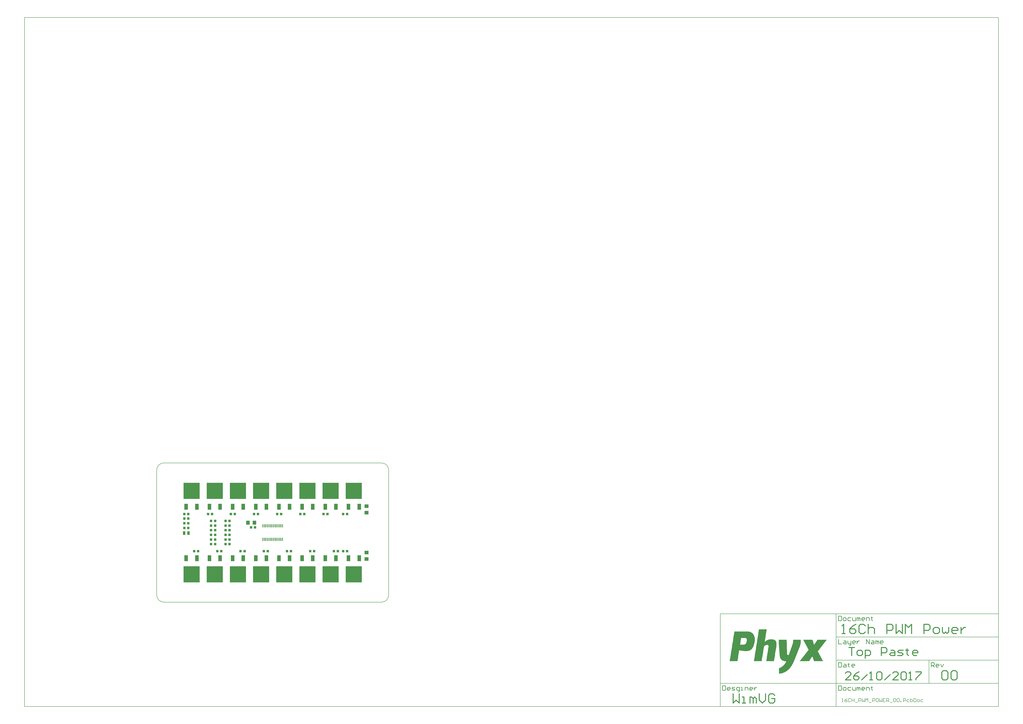
<source format=gtp>
G04 Layer_Color=8421504*
%FSLAX25Y25*%
%MOIN*%
G70*
G01*
G75*
%ADD11C,0.00787*%
%ADD13C,0.01575*%
%ADD15R,0.01575X0.05315*%
%ADD16R,0.04331X0.03937*%
%ADD17R,0.06299X0.07087*%
%ADD18R,0.07087X0.06299*%
%ADD19R,0.03937X0.05905*%
%ADD20R,0.27559X0.27559*%
%ADD21R,0.05905X0.09842*%
%ADD23C,0.00984*%
G36*
X1093521Y-64032D02*
Y-64318D01*
Y-64605D01*
Y-64891D01*
Y-65177D01*
Y-65464D01*
Y-65750D01*
Y-66036D01*
Y-66322D01*
Y-66609D01*
Y-66895D01*
Y-67181D01*
Y-67468D01*
Y-67754D01*
Y-68040D01*
Y-68327D01*
Y-68613D01*
Y-68899D01*
Y-69186D01*
Y-69472D01*
Y-69758D01*
X1093234D01*
Y-70044D01*
Y-70331D01*
Y-70617D01*
Y-70903D01*
Y-71190D01*
X1092948D01*
Y-71476D01*
Y-71762D01*
Y-72049D01*
Y-72335D01*
X1092662D01*
Y-72621D01*
Y-72908D01*
Y-73194D01*
Y-73480D01*
X1092375D01*
Y-73767D01*
Y-74053D01*
Y-74339D01*
X1092089D01*
Y-74625D01*
Y-74912D01*
Y-75198D01*
X1091803D01*
Y-75485D01*
Y-75771D01*
Y-76057D01*
X1091516D01*
Y-76343D01*
Y-76630D01*
Y-76916D01*
X1091230D01*
Y-77202D01*
Y-77489D01*
X1090944D01*
Y-77775D01*
Y-78061D01*
X1090657D01*
Y-78348D01*
Y-78634D01*
Y-78920D01*
X1090371D01*
Y-79207D01*
Y-79493D01*
X1090085D01*
Y-79779D01*
Y-80066D01*
Y-80352D01*
X1089799D01*
Y-80638D01*
Y-80924D01*
X1089512D01*
Y-81211D01*
Y-81497D01*
Y-81783D01*
X1089226D01*
Y-82070D01*
Y-82356D01*
X1088939D01*
Y-82642D01*
Y-82929D01*
Y-83215D01*
X1088653D01*
Y-83501D01*
Y-83788D01*
X1088367D01*
Y-84074D01*
Y-84360D01*
Y-84646D01*
X1088081D01*
Y-84933D01*
Y-85219D01*
X1087794D01*
Y-85505D01*
Y-85792D01*
Y-86078D01*
X1087508D01*
Y-86364D01*
Y-86651D01*
X1087222D01*
Y-86937D01*
Y-87223D01*
Y-87510D01*
X1086935D01*
Y-87796D01*
Y-88082D01*
X1086649D01*
Y-88369D01*
Y-88655D01*
Y-88941D01*
X1086363D01*
Y-89227D01*
Y-89514D01*
X1086076D01*
Y-89800D01*
Y-90086D01*
Y-90373D01*
X1085790D01*
Y-90659D01*
Y-90945D01*
X1085504D01*
Y-91232D01*
Y-91518D01*
Y-91804D01*
X1085217D01*
Y-92091D01*
Y-92377D01*
X1084931D01*
Y-92663D01*
Y-92950D01*
Y-93236D01*
X1084645D01*
Y-93522D01*
Y-93809D01*
X1084359D01*
Y-94095D01*
Y-94381D01*
Y-94667D01*
X1084072D01*
Y-94954D01*
Y-95240D01*
X1083786D01*
Y-95526D01*
Y-95813D01*
Y-96099D01*
X1083500D01*
Y-96385D01*
Y-96672D01*
X1083213D01*
Y-96958D01*
Y-97244D01*
Y-97531D01*
X1082927D01*
Y-97817D01*
Y-98103D01*
X1082641D01*
Y-98390D01*
Y-98676D01*
Y-98962D01*
X1082354D01*
Y-99248D01*
Y-99535D01*
X1082068D01*
Y-99821D01*
Y-100107D01*
Y-100394D01*
X1081782D01*
Y-100680D01*
Y-100966D01*
X1081495D01*
Y-101253D01*
Y-101539D01*
X1081209D01*
Y-101825D01*
Y-102112D01*
X1080923D01*
Y-102398D01*
Y-102684D01*
Y-102971D01*
X1080637D01*
Y-103257D01*
X1080350D01*
Y-103543D01*
Y-103829D01*
Y-104116D01*
X1080064D01*
Y-104402D01*
X1079778D01*
Y-104688D01*
Y-104975D01*
X1079491D01*
Y-105261D01*
Y-105547D01*
X1079205D01*
Y-105834D01*
Y-106120D01*
X1078919D01*
Y-106406D01*
Y-106693D01*
X1078632D01*
Y-106979D01*
X1078346D01*
Y-107265D01*
Y-107552D01*
X1078060D01*
Y-107838D01*
Y-108124D01*
X1077773D01*
Y-108410D01*
X1077487D01*
Y-108697D01*
X1077201D01*
Y-108983D01*
Y-109269D01*
X1076914D01*
Y-109556D01*
X1076628D01*
Y-109842D01*
Y-110128D01*
X1076342D01*
Y-110415D01*
X1076056D01*
Y-110701D01*
X1075769D01*
Y-110987D01*
Y-111274D01*
X1075483D01*
Y-111560D01*
X1075196D01*
Y-111846D01*
X1074910D01*
Y-112133D01*
X1074624D01*
Y-112419D01*
X1074338D01*
Y-112705D01*
Y-112991D01*
X1074051D01*
Y-113278D01*
X1073765D01*
Y-113564D01*
X1073479D01*
Y-113850D01*
X1073192D01*
Y-114137D01*
X1072906D01*
Y-114423D01*
X1072620D01*
Y-114709D01*
X1072333D01*
Y-114996D01*
X1071761D01*
Y-115282D01*
X1071474D01*
Y-115568D01*
X1071188D01*
Y-115855D01*
X1070902D01*
Y-116141D01*
X1070615D01*
Y-116427D01*
X1070043D01*
Y-116714D01*
X1069757D01*
Y-117000D01*
X1069184D01*
Y-117286D01*
X1068898D01*
Y-117572D01*
X1068325D01*
Y-117859D01*
X1068039D01*
Y-118145D01*
X1067466D01*
Y-118431D01*
X1066893D01*
Y-118718D01*
X1066321D01*
Y-119004D01*
X1065748D01*
Y-119290D01*
X1065176D01*
Y-119577D01*
X1064317D01*
Y-119863D01*
X1063744D01*
Y-120149D01*
X1062885D01*
Y-120436D01*
X1061740D01*
Y-120722D01*
X1060595D01*
Y-121008D01*
X1058877D01*
Y-121294D01*
X1056872D01*
Y-121581D01*
X1056586D01*
Y-121294D01*
Y-121008D01*
Y-120722D01*
Y-120436D01*
Y-120149D01*
Y-119863D01*
Y-119577D01*
Y-119290D01*
Y-119004D01*
Y-118718D01*
Y-118431D01*
Y-118145D01*
Y-117859D01*
Y-117572D01*
Y-117286D01*
Y-117000D01*
Y-116714D01*
Y-116427D01*
Y-116141D01*
Y-115855D01*
Y-115568D01*
Y-115282D01*
Y-114996D01*
Y-114709D01*
Y-114423D01*
Y-114137D01*
Y-113850D01*
Y-113564D01*
Y-113278D01*
Y-112991D01*
Y-112705D01*
Y-112419D01*
Y-112133D01*
X1057159D01*
Y-111846D01*
X1057731D01*
Y-111560D01*
X1058304D01*
Y-111274D01*
X1058877D01*
Y-110987D01*
X1059449D01*
Y-110701D01*
X1060022D01*
Y-110415D01*
X1060308D01*
Y-110128D01*
X1060881D01*
Y-109842D01*
X1061167D01*
Y-109556D01*
X1061740D01*
Y-109269D01*
X1062026D01*
Y-108983D01*
X1062312D01*
Y-108697D01*
X1062885D01*
Y-108410D01*
X1063171D01*
Y-108124D01*
X1063458D01*
Y-107838D01*
X1063744D01*
Y-107552D01*
X1064030D01*
Y-107265D01*
X1064317D01*
Y-106979D01*
X1064603D01*
Y-106693D01*
X1064889D01*
Y-106406D01*
X1065176D01*
Y-106120D01*
X1065462D01*
Y-105834D01*
X1065748D01*
Y-105547D01*
X1066035D01*
Y-105261D01*
Y-104975D01*
X1066321D01*
Y-104688D01*
X1066607D01*
Y-104402D01*
X1066893D01*
Y-104116D01*
Y-103829D01*
X1067180D01*
Y-103543D01*
X1067466D01*
Y-103257D01*
Y-102971D01*
X1067752D01*
Y-102684D01*
Y-102398D01*
X1068039D01*
Y-102112D01*
X1068325D01*
Y-101825D01*
Y-101539D01*
X1068611D01*
Y-101253D01*
Y-100966D01*
X1068898D01*
Y-100680D01*
Y-100394D01*
X1067180D01*
Y-100107D01*
X1065176D01*
Y-99821D01*
X1064030D01*
Y-99535D01*
X1063458D01*
Y-99248D01*
X1062599D01*
Y-98962D01*
X1062026D01*
Y-98676D01*
X1061740D01*
Y-98390D01*
X1061167D01*
Y-98103D01*
X1060881D01*
Y-97817D01*
X1060595D01*
Y-97531D01*
X1060308D01*
Y-97244D01*
X1060022D01*
Y-96958D01*
X1059736D01*
Y-96672D01*
Y-96385D01*
X1059449D01*
Y-96099D01*
X1059163D01*
Y-95813D01*
Y-95526D01*
X1058877D01*
Y-95240D01*
Y-94954D01*
X1058590D01*
Y-94667D01*
Y-94381D01*
X1058304D01*
Y-94095D01*
Y-93809D01*
Y-93522D01*
X1058018D01*
Y-93236D01*
Y-92950D01*
Y-92663D01*
Y-92377D01*
X1057731D01*
Y-92091D01*
Y-91804D01*
Y-91518D01*
Y-91232D01*
Y-90945D01*
Y-90659D01*
Y-90373D01*
X1057445D01*
Y-90086D01*
Y-89800D01*
Y-89514D01*
Y-89227D01*
Y-88941D01*
Y-88655D01*
Y-88369D01*
Y-88082D01*
Y-87796D01*
Y-87510D01*
Y-87223D01*
Y-86937D01*
Y-86651D01*
Y-86364D01*
Y-86078D01*
X1057159D01*
Y-85792D01*
Y-85505D01*
Y-85219D01*
Y-84933D01*
Y-84646D01*
Y-84360D01*
Y-84074D01*
Y-83788D01*
Y-83501D01*
Y-83215D01*
Y-82929D01*
Y-82642D01*
Y-82356D01*
Y-82070D01*
Y-81783D01*
X1056872D01*
Y-81497D01*
Y-81211D01*
Y-80924D01*
Y-80638D01*
Y-80352D01*
Y-80066D01*
Y-79779D01*
Y-79493D01*
Y-79207D01*
Y-78920D01*
Y-78634D01*
Y-78348D01*
Y-78061D01*
Y-77775D01*
Y-77489D01*
Y-77202D01*
X1056586D01*
Y-76916D01*
Y-76630D01*
Y-76343D01*
Y-76057D01*
Y-75771D01*
Y-75485D01*
Y-75198D01*
Y-74912D01*
Y-74625D01*
Y-74339D01*
Y-74053D01*
Y-73767D01*
Y-73480D01*
Y-73194D01*
Y-72908D01*
Y-72621D01*
X1056300D01*
Y-72335D01*
Y-72049D01*
Y-71762D01*
Y-71476D01*
Y-71190D01*
Y-70903D01*
Y-70617D01*
Y-70331D01*
Y-70044D01*
Y-69758D01*
Y-69472D01*
Y-69186D01*
Y-68899D01*
Y-68613D01*
X1056014D01*
Y-68327D01*
Y-68040D01*
Y-67754D01*
Y-67468D01*
Y-67181D01*
Y-66895D01*
Y-66609D01*
Y-66322D01*
Y-66036D01*
Y-65750D01*
Y-65464D01*
Y-65177D01*
Y-64891D01*
Y-64605D01*
Y-64318D01*
Y-64032D01*
X1055727D01*
Y-63746D01*
X1069470D01*
Y-64032D01*
Y-64318D01*
Y-64605D01*
Y-64891D01*
Y-65177D01*
Y-65464D01*
Y-65750D01*
Y-66036D01*
Y-66322D01*
Y-66609D01*
Y-66895D01*
Y-67181D01*
Y-67468D01*
Y-67754D01*
X1069757D01*
Y-68040D01*
Y-68327D01*
Y-68613D01*
Y-68899D01*
Y-69186D01*
Y-69472D01*
Y-69758D01*
Y-70044D01*
Y-70331D01*
Y-70617D01*
Y-70903D01*
Y-71190D01*
Y-71476D01*
Y-71762D01*
Y-72049D01*
Y-72335D01*
Y-72621D01*
Y-72908D01*
Y-73194D01*
Y-73480D01*
Y-73767D01*
Y-74053D01*
Y-74339D01*
Y-74625D01*
Y-74912D01*
Y-75198D01*
Y-75485D01*
Y-75771D01*
Y-76057D01*
Y-76343D01*
Y-76630D01*
Y-76916D01*
Y-77202D01*
Y-77489D01*
Y-77775D01*
Y-78061D01*
Y-78348D01*
Y-78634D01*
Y-78920D01*
Y-79207D01*
Y-79493D01*
X1070043D01*
Y-79779D01*
X1069757D01*
Y-80066D01*
Y-80352D01*
X1070043D01*
Y-80638D01*
Y-80924D01*
Y-81211D01*
Y-81497D01*
Y-81783D01*
Y-82070D01*
Y-82356D01*
Y-82642D01*
Y-82929D01*
Y-83215D01*
Y-83501D01*
Y-83788D01*
Y-84074D01*
Y-84360D01*
Y-84646D01*
Y-84933D01*
Y-85219D01*
Y-85505D01*
Y-85792D01*
Y-86078D01*
Y-86364D01*
Y-86651D01*
Y-86937D01*
Y-87223D01*
Y-87510D01*
Y-87796D01*
X1070329D01*
Y-88082D01*
Y-88369D01*
Y-88655D01*
X1070615D01*
Y-88941D01*
X1070902D01*
Y-89227D01*
X1071188D01*
Y-89514D01*
X1072047D01*
Y-89800D01*
X1072906D01*
Y-89514D01*
X1073192D01*
Y-89227D01*
Y-88941D01*
Y-88655D01*
X1073479D01*
Y-88369D01*
Y-88082D01*
X1073765D01*
Y-87796D01*
Y-87510D01*
Y-87223D01*
X1074051D01*
Y-86937D01*
Y-86651D01*
Y-86364D01*
X1074338D01*
Y-86078D01*
Y-85792D01*
Y-85505D01*
X1074624D01*
Y-85219D01*
Y-84933D01*
Y-84646D01*
X1074910D01*
Y-84360D01*
Y-84074D01*
X1075196D01*
Y-83788D01*
Y-83501D01*
Y-83215D01*
X1075483D01*
Y-82929D01*
Y-82642D01*
Y-82356D01*
X1075769D01*
Y-82070D01*
Y-81783D01*
Y-81497D01*
X1076056D01*
Y-81211D01*
Y-80924D01*
X1076342D01*
Y-80638D01*
Y-80352D01*
Y-80066D01*
X1076628D01*
Y-79779D01*
Y-79493D01*
Y-79207D01*
X1076914D01*
Y-78920D01*
Y-78634D01*
Y-78348D01*
X1077201D01*
Y-78061D01*
Y-77775D01*
X1077487D01*
Y-77489D01*
Y-77202D01*
Y-76916D01*
X1077773D01*
Y-76630D01*
Y-76343D01*
Y-76057D01*
X1078060D01*
Y-75771D01*
Y-75485D01*
Y-75198D01*
X1078346D01*
Y-74912D01*
Y-74625D01*
X1078632D01*
Y-74339D01*
Y-74053D01*
Y-73767D01*
X1078919D01*
Y-73480D01*
Y-73194D01*
Y-72908D01*
X1079205D01*
Y-72621D01*
Y-72335D01*
Y-72049D01*
X1079491D01*
Y-71762D01*
Y-71476D01*
Y-71190D01*
Y-70903D01*
X1079778D01*
Y-70617D01*
Y-70331D01*
Y-70044D01*
Y-69758D01*
X1080064D01*
Y-69472D01*
Y-69186D01*
Y-68899D01*
Y-68613D01*
Y-68327D01*
X1080350D01*
Y-68040D01*
Y-67754D01*
Y-67468D01*
Y-67181D01*
Y-66895D01*
Y-66609D01*
X1080637D01*
Y-66322D01*
Y-66036D01*
Y-65750D01*
Y-65464D01*
Y-65177D01*
Y-64891D01*
Y-64605D01*
Y-64318D01*
Y-64032D01*
Y-63746D01*
X1093521D01*
Y-64032D01*
D02*
G37*
G36*
X1035685Y-46567D02*
Y-46853D01*
X1035399D01*
Y-47139D01*
Y-47426D01*
Y-47712D01*
Y-47998D01*
Y-48285D01*
Y-48571D01*
X1035113D01*
Y-48857D01*
Y-49144D01*
Y-49430D01*
Y-49716D01*
Y-50003D01*
Y-50289D01*
X1034826D01*
Y-50575D01*
Y-50862D01*
Y-51148D01*
Y-51434D01*
Y-51720D01*
Y-52007D01*
Y-52293D01*
X1034540D01*
Y-52579D01*
Y-52866D01*
Y-53152D01*
Y-53438D01*
Y-53725D01*
Y-54011D01*
X1034254D01*
Y-54297D01*
Y-54584D01*
Y-54870D01*
Y-55156D01*
Y-55443D01*
Y-55729D01*
X1033967D01*
Y-56015D01*
Y-56301D01*
Y-56588D01*
Y-56874D01*
Y-57161D01*
Y-57447D01*
Y-57733D01*
X1033681D01*
Y-58019D01*
Y-58306D01*
Y-58592D01*
Y-58878D01*
Y-59165D01*
Y-59451D01*
X1033395D01*
Y-59737D01*
Y-60024D01*
Y-60310D01*
Y-60596D01*
Y-60883D01*
Y-61169D01*
X1033109D01*
Y-61455D01*
Y-61742D01*
Y-62028D01*
Y-62314D01*
Y-62600D01*
Y-62887D01*
X1032822D01*
Y-63173D01*
Y-63459D01*
Y-63746D01*
Y-64032D01*
Y-64318D01*
Y-64605D01*
Y-64891D01*
X1032536D01*
Y-65177D01*
Y-65464D01*
Y-65750D01*
Y-66036D01*
Y-66322D01*
Y-66609D01*
X1032250D01*
Y-66895D01*
Y-67181D01*
X1032822D01*
Y-66895D01*
X1033109D01*
Y-66609D01*
X1033395D01*
Y-66322D01*
X1033967D01*
Y-66036D01*
X1034254D01*
Y-65750D01*
X1034540D01*
Y-65464D01*
X1035113D01*
Y-65177D01*
X1035685D01*
Y-64891D01*
X1035972D01*
Y-64605D01*
X1036544D01*
Y-64318D01*
X1037403D01*
Y-64032D01*
X1037976D01*
Y-63746D01*
X1038835D01*
Y-63459D01*
X1040266D01*
Y-63173D01*
X1046565D01*
Y-63459D01*
X1047711D01*
Y-63746D01*
X1048569D01*
Y-64032D01*
X1049142D01*
Y-64318D01*
X1049428D01*
Y-64605D01*
X1050001D01*
Y-64891D01*
X1050287D01*
Y-65177D01*
X1050574D01*
Y-65464D01*
X1050860D01*
Y-65750D01*
X1051146D01*
Y-66036D01*
Y-66322D01*
X1051433D01*
Y-66609D01*
Y-66895D01*
X1051719D01*
Y-67181D01*
Y-67468D01*
Y-67754D01*
X1052005D01*
Y-68040D01*
Y-68327D01*
Y-68613D01*
Y-68899D01*
X1052291D01*
Y-69186D01*
Y-69472D01*
Y-69758D01*
Y-70044D01*
Y-70331D01*
Y-70617D01*
Y-70903D01*
Y-71190D01*
Y-71476D01*
Y-71762D01*
Y-72049D01*
Y-72335D01*
Y-72621D01*
Y-72908D01*
Y-73194D01*
Y-73480D01*
Y-73767D01*
Y-74053D01*
X1052005D01*
Y-74339D01*
Y-74625D01*
Y-74912D01*
Y-75198D01*
Y-75485D01*
Y-75771D01*
Y-76057D01*
X1051719D01*
Y-76343D01*
Y-76630D01*
Y-76916D01*
Y-77202D01*
Y-77489D01*
Y-77775D01*
Y-78061D01*
X1051433D01*
Y-78348D01*
Y-78634D01*
Y-78920D01*
Y-79207D01*
Y-79493D01*
Y-79779D01*
X1051146D01*
Y-80066D01*
Y-80352D01*
Y-80638D01*
Y-80924D01*
Y-81211D01*
Y-81497D01*
X1050860D01*
Y-81783D01*
Y-82070D01*
Y-82356D01*
Y-82642D01*
Y-82929D01*
Y-83215D01*
X1050574D01*
Y-83501D01*
Y-83788D01*
Y-84074D01*
Y-84360D01*
Y-84646D01*
Y-84933D01*
Y-85219D01*
X1050287D01*
Y-85505D01*
Y-85792D01*
Y-86078D01*
Y-86364D01*
Y-86651D01*
Y-86937D01*
X1050001D01*
Y-87223D01*
Y-87510D01*
Y-87796D01*
Y-88082D01*
Y-88369D01*
Y-88655D01*
X1049715D01*
Y-88941D01*
Y-89227D01*
Y-89514D01*
Y-89800D01*
Y-90086D01*
Y-90373D01*
Y-90659D01*
X1049428D01*
Y-90945D01*
Y-91232D01*
Y-91518D01*
Y-91804D01*
Y-92091D01*
Y-92377D01*
X1049142D01*
Y-92663D01*
Y-92950D01*
Y-93236D01*
Y-93522D01*
Y-93809D01*
Y-94095D01*
X1048856D01*
Y-94381D01*
Y-94667D01*
Y-94954D01*
Y-95240D01*
Y-95526D01*
Y-95813D01*
X1048569D01*
Y-96099D01*
Y-96385D01*
Y-96672D01*
Y-96958D01*
Y-97244D01*
Y-97531D01*
Y-97817D01*
X1048283D01*
Y-98103D01*
Y-98390D01*
Y-98676D01*
Y-98962D01*
Y-99248D01*
Y-99535D01*
X1047997D01*
Y-99821D01*
Y-100107D01*
X1034826D01*
Y-99821D01*
Y-99535D01*
X1035113D01*
Y-99248D01*
Y-98962D01*
Y-98676D01*
Y-98390D01*
Y-98103D01*
Y-97817D01*
X1035399D01*
Y-97531D01*
Y-97244D01*
Y-96958D01*
Y-96672D01*
Y-96385D01*
Y-96099D01*
Y-95813D01*
X1035685D01*
Y-95526D01*
Y-95240D01*
Y-94954D01*
Y-94667D01*
Y-94381D01*
Y-94095D01*
X1035972D01*
Y-93809D01*
Y-93522D01*
Y-93236D01*
Y-92950D01*
Y-92663D01*
Y-92377D01*
X1036258D01*
Y-92091D01*
Y-91804D01*
Y-91518D01*
Y-91232D01*
Y-90945D01*
Y-90659D01*
Y-90373D01*
X1036544D01*
Y-90086D01*
Y-89800D01*
Y-89514D01*
Y-89227D01*
Y-88941D01*
Y-88655D01*
X1036831D01*
Y-88369D01*
Y-88082D01*
Y-87796D01*
Y-87510D01*
Y-87223D01*
Y-86937D01*
Y-86651D01*
X1037117D01*
Y-86364D01*
Y-86078D01*
Y-85792D01*
Y-85505D01*
Y-85219D01*
Y-84933D01*
X1037403D01*
Y-84646D01*
Y-84360D01*
Y-84074D01*
Y-83788D01*
Y-83501D01*
Y-83215D01*
X1037689D01*
Y-82929D01*
Y-82642D01*
Y-82356D01*
Y-82070D01*
Y-81783D01*
Y-81497D01*
X1037976D01*
Y-81211D01*
Y-80924D01*
Y-80638D01*
Y-80352D01*
Y-80066D01*
Y-79779D01*
Y-79493D01*
X1038262D01*
Y-79207D01*
Y-78920D01*
Y-78634D01*
Y-78348D01*
Y-78061D01*
Y-77775D01*
X1038548D01*
Y-77489D01*
Y-77202D01*
Y-76916D01*
Y-76630D01*
Y-76343D01*
Y-76057D01*
Y-75771D01*
X1038835D01*
Y-75485D01*
Y-75198D01*
Y-74912D01*
Y-74625D01*
Y-74339D01*
Y-74053D01*
X1038548D01*
Y-73767D01*
Y-73480D01*
X1038262D01*
Y-73194D01*
X1037976D01*
Y-72908D01*
X1037403D01*
Y-72621D01*
X1035685D01*
Y-72908D01*
X1034254D01*
Y-73194D01*
X1033395D01*
Y-73480D01*
X1032822D01*
Y-73767D01*
X1032536D01*
Y-74053D01*
X1031963D01*
Y-74339D01*
X1031677D01*
Y-74625D01*
X1031391D01*
Y-74912D01*
Y-75198D01*
X1031104D01*
Y-75485D01*
Y-75771D01*
Y-76057D01*
X1030818D01*
Y-76343D01*
Y-76630D01*
Y-76916D01*
Y-77202D01*
Y-77489D01*
Y-77775D01*
X1030532D01*
Y-78061D01*
Y-78348D01*
Y-78634D01*
Y-78920D01*
Y-79207D01*
Y-79493D01*
Y-79779D01*
X1030245D01*
Y-80066D01*
Y-80352D01*
Y-80638D01*
Y-80924D01*
Y-81211D01*
Y-81497D01*
X1029959D01*
Y-81783D01*
Y-82070D01*
Y-82356D01*
Y-82642D01*
Y-82929D01*
Y-83215D01*
X1029673D01*
Y-83501D01*
Y-83788D01*
Y-84074D01*
Y-84360D01*
Y-84646D01*
Y-84933D01*
X1029387D01*
Y-85219D01*
Y-85505D01*
Y-85792D01*
Y-86078D01*
Y-86364D01*
Y-86651D01*
Y-86937D01*
X1029100D01*
Y-87223D01*
Y-87510D01*
Y-87796D01*
Y-88082D01*
Y-88369D01*
Y-88655D01*
X1028814D01*
Y-88941D01*
Y-89227D01*
Y-89514D01*
Y-89800D01*
Y-90086D01*
Y-90373D01*
X1028528D01*
Y-90659D01*
Y-90945D01*
Y-91232D01*
Y-91518D01*
Y-91804D01*
Y-92091D01*
Y-92377D01*
X1028241D01*
Y-92663D01*
Y-92950D01*
Y-93236D01*
Y-93522D01*
Y-93809D01*
Y-94095D01*
X1027955D01*
Y-94381D01*
Y-94667D01*
Y-94954D01*
Y-95240D01*
Y-95526D01*
Y-95813D01*
X1027669D01*
Y-96099D01*
Y-96385D01*
Y-96672D01*
Y-96958D01*
Y-97244D01*
Y-97531D01*
X1027382D01*
Y-97817D01*
Y-98103D01*
Y-98390D01*
Y-98676D01*
Y-98962D01*
Y-99248D01*
Y-99535D01*
X1027096D01*
Y-99821D01*
Y-100107D01*
X1013926D01*
Y-99821D01*
Y-99535D01*
X1014212D01*
Y-99248D01*
Y-98962D01*
Y-98676D01*
Y-98390D01*
Y-98103D01*
Y-97817D01*
Y-97531D01*
X1014498D01*
Y-97244D01*
Y-96958D01*
Y-96672D01*
Y-96385D01*
Y-96099D01*
Y-95813D01*
X1014785D01*
Y-95526D01*
Y-95240D01*
Y-94954D01*
Y-94667D01*
Y-94381D01*
Y-94095D01*
X1015071D01*
Y-93809D01*
Y-93522D01*
Y-93236D01*
Y-92950D01*
Y-92663D01*
Y-92377D01*
Y-92091D01*
X1015357D01*
Y-91804D01*
Y-91518D01*
Y-91232D01*
Y-90945D01*
Y-90659D01*
Y-90373D01*
X1015643D01*
Y-90086D01*
Y-89800D01*
Y-89514D01*
Y-89227D01*
Y-88941D01*
Y-88655D01*
X1015930D01*
Y-88369D01*
Y-88082D01*
Y-87796D01*
Y-87510D01*
Y-87223D01*
Y-86937D01*
X1016216D01*
Y-86651D01*
Y-86364D01*
Y-86078D01*
Y-85792D01*
Y-85505D01*
Y-85219D01*
Y-84933D01*
X1016502D01*
Y-84646D01*
Y-84360D01*
Y-84074D01*
Y-83788D01*
Y-83501D01*
Y-83215D01*
X1016789D01*
Y-82929D01*
Y-82642D01*
Y-82356D01*
Y-82070D01*
Y-81783D01*
Y-81497D01*
X1017075D01*
Y-81211D01*
Y-80924D01*
Y-80638D01*
Y-80352D01*
Y-80066D01*
Y-79779D01*
Y-79493D01*
X1017361D01*
Y-79207D01*
Y-78920D01*
Y-78634D01*
Y-78348D01*
Y-78061D01*
Y-77775D01*
X1017648D01*
Y-77489D01*
Y-77202D01*
Y-76916D01*
Y-76630D01*
Y-76343D01*
Y-76057D01*
X1017934D01*
Y-75771D01*
Y-75485D01*
Y-75198D01*
Y-74912D01*
Y-74625D01*
Y-74339D01*
X1018220D01*
Y-74053D01*
Y-73767D01*
Y-73480D01*
Y-73194D01*
Y-72908D01*
Y-72621D01*
Y-72335D01*
X1018507D01*
Y-72049D01*
Y-71762D01*
Y-71476D01*
Y-71190D01*
Y-70903D01*
Y-70617D01*
X1018793D01*
Y-70331D01*
Y-70044D01*
Y-69758D01*
Y-69472D01*
Y-69186D01*
Y-68899D01*
X1019079D01*
Y-68613D01*
Y-68327D01*
Y-68040D01*
Y-67754D01*
Y-67468D01*
Y-67181D01*
X1019366D01*
Y-66895D01*
Y-66609D01*
Y-66322D01*
Y-66036D01*
Y-65750D01*
Y-65464D01*
Y-65177D01*
X1019652D01*
Y-64891D01*
Y-64605D01*
Y-64318D01*
Y-64032D01*
Y-63746D01*
Y-63459D01*
X1019938D01*
Y-63173D01*
Y-62887D01*
Y-62600D01*
Y-62314D01*
Y-62028D01*
Y-61742D01*
X1020224D01*
Y-61455D01*
Y-61169D01*
Y-60883D01*
Y-60596D01*
Y-60310D01*
Y-60024D01*
Y-59737D01*
X1020511D01*
Y-59451D01*
Y-59165D01*
Y-58878D01*
Y-58592D01*
Y-58306D01*
Y-58019D01*
X1020797D01*
Y-57733D01*
Y-57447D01*
Y-57161D01*
Y-56874D01*
Y-56588D01*
Y-56301D01*
X1021083D01*
Y-56015D01*
Y-55729D01*
Y-55443D01*
Y-55156D01*
Y-54870D01*
Y-54584D01*
X1021370D01*
Y-54297D01*
Y-54011D01*
Y-53725D01*
Y-53438D01*
Y-53152D01*
Y-52866D01*
Y-52579D01*
X1021656D01*
Y-52293D01*
Y-52007D01*
Y-51720D01*
Y-51434D01*
Y-51148D01*
Y-50862D01*
X1021942D01*
Y-50575D01*
Y-50289D01*
Y-50003D01*
Y-49716D01*
Y-49430D01*
Y-49144D01*
X1022229D01*
Y-48857D01*
Y-48571D01*
Y-48285D01*
Y-47998D01*
Y-47712D01*
Y-47426D01*
Y-47139D01*
X1022515D01*
Y-46853D01*
Y-46567D01*
Y-46281D01*
X1035685D01*
Y-46567D01*
D02*
G37*
G36*
X1004477Y-50003D02*
X1006195D01*
Y-50289D01*
X1007054D01*
Y-50575D01*
X1007913D01*
Y-50862D01*
X1008772D01*
Y-51148D01*
X1009345D01*
Y-51434D01*
X1009631D01*
Y-51720D01*
X1010203D01*
Y-52007D01*
X1010490D01*
Y-52293D01*
X1011062D01*
Y-52579D01*
X1011349D01*
Y-52866D01*
X1011635D01*
Y-53152D01*
X1011921D01*
Y-53438D01*
X1012208D01*
Y-53725D01*
X1012494D01*
Y-54011D01*
X1012780D01*
Y-54297D01*
Y-54584D01*
X1013067D01*
Y-54870D01*
X1013353D01*
Y-55156D01*
Y-55443D01*
X1013639D01*
Y-55729D01*
X1013926D01*
Y-56015D01*
Y-56301D01*
X1014212D01*
Y-56588D01*
Y-56874D01*
Y-57161D01*
X1014498D01*
Y-57447D01*
Y-57733D01*
Y-58019D01*
X1014785D01*
Y-58306D01*
Y-58592D01*
Y-58878D01*
Y-59165D01*
X1015071D01*
Y-59451D01*
Y-59737D01*
Y-60024D01*
Y-60310D01*
Y-60596D01*
X1015357D01*
Y-60883D01*
Y-61169D01*
Y-61455D01*
Y-61742D01*
Y-62028D01*
Y-62314D01*
Y-62600D01*
Y-62887D01*
Y-63173D01*
Y-63459D01*
Y-63746D01*
Y-64032D01*
Y-64318D01*
Y-64605D01*
Y-64891D01*
Y-65177D01*
Y-65464D01*
Y-65750D01*
Y-66036D01*
Y-66322D01*
X1015071D01*
Y-66609D01*
Y-66895D01*
Y-67181D01*
Y-67468D01*
Y-67754D01*
Y-68040D01*
Y-68327D01*
X1014785D01*
Y-68613D01*
Y-68899D01*
Y-69186D01*
Y-69472D01*
Y-69758D01*
X1014498D01*
Y-70044D01*
Y-70331D01*
Y-70617D01*
Y-70903D01*
Y-71190D01*
X1014212D01*
Y-71476D01*
Y-71762D01*
Y-72049D01*
X1013926D01*
Y-72335D01*
Y-72621D01*
Y-72908D01*
Y-73194D01*
X1013639D01*
Y-73480D01*
Y-73767D01*
Y-74053D01*
X1013353D01*
Y-74339D01*
Y-74625D01*
X1013067D01*
Y-74912D01*
Y-75198D01*
Y-75485D01*
X1012780D01*
Y-75771D01*
Y-76057D01*
X1012494D01*
Y-76343D01*
Y-76630D01*
X1012208D01*
Y-76916D01*
Y-77202D01*
X1011921D01*
Y-77489D01*
X1011635D01*
Y-77775D01*
Y-78061D01*
X1011349D01*
Y-78348D01*
X1011062D01*
Y-78634D01*
X1010776D01*
Y-78920D01*
Y-79207D01*
X1010490D01*
Y-79493D01*
X1010203D01*
Y-79779D01*
X1009917D01*
Y-80066D01*
X1009631D01*
Y-80352D01*
X1009345D01*
Y-80638D01*
X1008772D01*
Y-80924D01*
X1008486D01*
Y-81211D01*
X1007913D01*
Y-81497D01*
X1007627D01*
Y-81783D01*
X1007054D01*
Y-82070D01*
X1006195D01*
Y-82356D01*
X1005336D01*
Y-82642D01*
X1004477D01*
Y-82929D01*
X1002759D01*
Y-83215D01*
X997606D01*
Y-82929D01*
X995029D01*
Y-82642D01*
X993025D01*
Y-82356D01*
X991593D01*
Y-82070D01*
X990162D01*
Y-81783D01*
X988730D01*
Y-82070D01*
Y-82356D01*
Y-82642D01*
Y-82929D01*
Y-83215D01*
Y-83501D01*
Y-83788D01*
X988444D01*
Y-84074D01*
Y-84360D01*
Y-84646D01*
Y-84933D01*
Y-85219D01*
Y-85505D01*
X988157D01*
Y-85792D01*
Y-86078D01*
Y-86364D01*
Y-86651D01*
Y-86937D01*
Y-87223D01*
X987871D01*
Y-87510D01*
Y-87796D01*
Y-88082D01*
Y-88369D01*
Y-88655D01*
Y-88941D01*
Y-89227D01*
X987585D01*
Y-89514D01*
Y-89800D01*
Y-90086D01*
Y-90373D01*
Y-90659D01*
Y-90945D01*
X987298D01*
Y-91232D01*
Y-91518D01*
Y-91804D01*
Y-92091D01*
Y-92377D01*
Y-92663D01*
X987012D01*
Y-92950D01*
Y-93236D01*
Y-93522D01*
Y-93809D01*
Y-94095D01*
Y-94381D01*
Y-94667D01*
X986726D01*
Y-94954D01*
Y-95240D01*
Y-95526D01*
Y-95813D01*
Y-96099D01*
Y-96385D01*
X986440D01*
Y-96672D01*
Y-96958D01*
Y-97244D01*
Y-97531D01*
Y-97817D01*
Y-98103D01*
X986153D01*
Y-98390D01*
Y-98676D01*
Y-98962D01*
Y-99248D01*
Y-99535D01*
Y-99821D01*
Y-100107D01*
X972696D01*
Y-99821D01*
X972983D01*
Y-99535D01*
Y-99248D01*
Y-98962D01*
Y-98676D01*
Y-98390D01*
X973269D01*
Y-98103D01*
Y-97817D01*
Y-97531D01*
Y-97244D01*
Y-96958D01*
Y-96672D01*
Y-96385D01*
X973555D01*
Y-96099D01*
Y-95813D01*
Y-95526D01*
Y-95240D01*
Y-94954D01*
Y-94667D01*
X973842D01*
Y-94381D01*
Y-94095D01*
Y-93809D01*
Y-93522D01*
Y-93236D01*
Y-92950D01*
X974128D01*
Y-92663D01*
Y-92377D01*
Y-92091D01*
Y-91804D01*
Y-91518D01*
Y-91232D01*
Y-90945D01*
X974414D01*
Y-90659D01*
Y-90373D01*
Y-90086D01*
Y-89800D01*
Y-89514D01*
Y-89227D01*
X974701D01*
Y-88941D01*
Y-88655D01*
Y-88369D01*
Y-88082D01*
Y-87796D01*
Y-87510D01*
X974987D01*
Y-87223D01*
Y-86937D01*
Y-86651D01*
Y-86364D01*
Y-86078D01*
Y-85792D01*
X975273D01*
Y-85505D01*
Y-85219D01*
Y-84933D01*
Y-84646D01*
Y-84360D01*
Y-84074D01*
Y-83788D01*
X975560D01*
Y-83501D01*
Y-83215D01*
Y-82929D01*
Y-82642D01*
Y-82356D01*
Y-82070D01*
X975846D01*
Y-81783D01*
Y-81497D01*
Y-81211D01*
Y-80924D01*
Y-80638D01*
Y-80352D01*
X976132D01*
Y-80066D01*
Y-79779D01*
Y-79493D01*
Y-79207D01*
Y-78920D01*
Y-78634D01*
X976419D01*
Y-78348D01*
Y-78061D01*
Y-77775D01*
Y-77489D01*
Y-77202D01*
Y-76916D01*
Y-76630D01*
X976705D01*
Y-76343D01*
Y-76057D01*
Y-75771D01*
Y-75485D01*
Y-75198D01*
Y-74912D01*
X976991D01*
Y-74625D01*
Y-74339D01*
Y-74053D01*
Y-73767D01*
Y-73480D01*
Y-73194D01*
X977277D01*
Y-72908D01*
Y-72621D01*
Y-72335D01*
Y-72049D01*
Y-71762D01*
Y-71476D01*
Y-71190D01*
X977564D01*
Y-70903D01*
Y-70617D01*
Y-70331D01*
Y-70044D01*
Y-69758D01*
Y-69472D01*
X977850D01*
Y-69186D01*
Y-68899D01*
Y-68613D01*
Y-68327D01*
Y-68040D01*
Y-67754D01*
X978137D01*
Y-67468D01*
Y-67181D01*
Y-66895D01*
Y-66609D01*
Y-66322D01*
Y-66036D01*
X978423D01*
Y-65750D01*
Y-65464D01*
Y-65177D01*
Y-64891D01*
Y-64605D01*
Y-64318D01*
Y-64032D01*
X978709D01*
Y-63746D01*
Y-63459D01*
Y-63173D01*
Y-62887D01*
Y-62600D01*
Y-62314D01*
X978995D01*
Y-62028D01*
Y-61742D01*
Y-61455D01*
Y-61169D01*
Y-60883D01*
Y-60596D01*
X979282D01*
Y-60310D01*
Y-60024D01*
Y-59737D01*
Y-59451D01*
Y-59165D01*
Y-58878D01*
Y-58592D01*
X979568D01*
Y-58306D01*
Y-58019D01*
Y-57733D01*
Y-57447D01*
Y-57161D01*
Y-56874D01*
X979854D01*
Y-56588D01*
Y-56301D01*
Y-56015D01*
Y-55729D01*
Y-55443D01*
Y-55156D01*
X980141D01*
Y-54870D01*
Y-54584D01*
Y-54297D01*
Y-54011D01*
Y-53725D01*
Y-53438D01*
Y-53152D01*
X980427D01*
Y-52866D01*
Y-52579D01*
Y-52293D01*
Y-52007D01*
Y-51720D01*
Y-51434D01*
X980713D01*
Y-51148D01*
Y-50862D01*
Y-50575D01*
Y-50289D01*
Y-50003D01*
Y-49716D01*
X1004477D01*
Y-50003D01*
D02*
G37*
G36*
X1137613Y-64032D02*
X1137326D01*
Y-64318D01*
X1137040D01*
Y-64605D01*
Y-64891D01*
X1136754D01*
Y-65177D01*
X1136467D01*
Y-65464D01*
X1136181D01*
Y-65750D01*
Y-66036D01*
X1135895D01*
Y-66322D01*
X1135608D01*
Y-66609D01*
X1135322D01*
Y-66895D01*
X1135036D01*
Y-67181D01*
Y-67468D01*
X1134750D01*
Y-67754D01*
X1134463D01*
Y-68040D01*
X1134177D01*
Y-68327D01*
Y-68613D01*
X1133891D01*
Y-68899D01*
X1133604D01*
Y-69186D01*
X1133318D01*
Y-69472D01*
X1133032D01*
Y-69758D01*
Y-70044D01*
X1132745D01*
Y-70331D01*
X1132459D01*
Y-70617D01*
X1132173D01*
Y-70903D01*
Y-71190D01*
X1131886D01*
Y-71476D01*
X1131600D01*
Y-71762D01*
X1131314D01*
Y-72049D01*
Y-72335D01*
X1131028D01*
Y-72621D01*
X1130741D01*
Y-72908D01*
X1130455D01*
Y-73194D01*
X1130169D01*
Y-73480D01*
Y-73767D01*
X1129882D01*
Y-74053D01*
X1129596D01*
Y-74339D01*
X1129310D01*
Y-74625D01*
Y-74912D01*
X1129023D01*
Y-75198D01*
X1128737D01*
Y-75485D01*
X1128451D01*
Y-75771D01*
Y-76057D01*
X1128164D01*
Y-76343D01*
X1127878D01*
Y-76630D01*
X1127592D01*
Y-76916D01*
X1127306D01*
Y-77202D01*
Y-77489D01*
X1127019D01*
Y-77775D01*
X1126733D01*
Y-78061D01*
X1126447D01*
Y-78348D01*
Y-78634D01*
X1126160D01*
Y-78920D01*
X1125874D01*
Y-79207D01*
X1125588D01*
Y-79493D01*
Y-79779D01*
X1125301D01*
Y-80066D01*
X1125015D01*
Y-80352D01*
X1124729D01*
Y-80638D01*
X1124442D01*
Y-80924D01*
Y-81211D01*
X1124156D01*
Y-81497D01*
X1123870D01*
Y-81783D01*
X1123583D01*
Y-82070D01*
Y-82356D01*
X1123297D01*
Y-82642D01*
X1123011D01*
Y-82929D01*
X1122725D01*
Y-83215D01*
X1122438D01*
Y-83501D01*
Y-83788D01*
X1122725D01*
Y-84074D01*
Y-84360D01*
X1123011D01*
Y-84646D01*
Y-84933D01*
X1123297D01*
Y-85219D01*
X1123583D01*
Y-85505D01*
Y-85792D01*
X1123870D01*
Y-86078D01*
Y-86364D01*
X1124156D01*
Y-86651D01*
Y-86937D01*
X1124442D01*
Y-87223D01*
Y-87510D01*
X1124729D01*
Y-87796D01*
Y-88082D01*
X1125015D01*
Y-88369D01*
Y-88655D01*
X1125301D01*
Y-88941D01*
Y-89227D01*
X1125588D01*
Y-89514D01*
Y-89800D01*
X1125874D01*
Y-90086D01*
X1126160D01*
Y-90373D01*
Y-90659D01*
X1126447D01*
Y-90945D01*
Y-91232D01*
X1126733D01*
Y-91518D01*
Y-91804D01*
X1127019D01*
Y-92091D01*
Y-92377D01*
X1127306D01*
Y-92663D01*
Y-92950D01*
X1127592D01*
Y-93236D01*
Y-93522D01*
X1127878D01*
Y-93809D01*
Y-94095D01*
X1128164D01*
Y-94381D01*
X1128451D01*
Y-94667D01*
Y-94954D01*
X1128737D01*
Y-95240D01*
Y-95526D01*
X1129023D01*
Y-95813D01*
Y-96099D01*
X1129310D01*
Y-96385D01*
Y-96672D01*
X1129596D01*
Y-96958D01*
Y-97244D01*
X1129882D01*
Y-97531D01*
Y-97817D01*
X1130169D01*
Y-98103D01*
Y-98390D01*
X1130455D01*
Y-98676D01*
X1130741D01*
Y-98962D01*
Y-99248D01*
X1131028D01*
Y-99535D01*
Y-99821D01*
X1131314D01*
Y-100107D01*
X1116139D01*
Y-99821D01*
X1115853D01*
Y-99535D01*
Y-99248D01*
Y-98962D01*
X1115567D01*
Y-98676D01*
Y-98390D01*
Y-98103D01*
X1115280D01*
Y-97817D01*
Y-97531D01*
X1114994D01*
Y-97244D01*
Y-96958D01*
Y-96672D01*
X1114708D01*
Y-96385D01*
Y-96099D01*
Y-95813D01*
X1114421D01*
Y-95526D01*
Y-95240D01*
X1114135D01*
Y-94954D01*
Y-94667D01*
Y-94381D01*
X1113849D01*
Y-94095D01*
Y-93809D01*
Y-93522D01*
X1113562D01*
Y-93236D01*
Y-92950D01*
Y-92663D01*
X1113276D01*
Y-92377D01*
X1112704D01*
Y-92663D01*
Y-92950D01*
X1112417D01*
Y-93236D01*
X1112131D01*
Y-93522D01*
Y-93809D01*
X1111845D01*
Y-94095D01*
X1111558D01*
Y-94381D01*
Y-94667D01*
X1111272D01*
Y-94954D01*
X1110986D01*
Y-95240D01*
Y-95526D01*
X1110699D01*
Y-95813D01*
X1110413D01*
Y-96099D01*
X1110127D01*
Y-96385D01*
Y-96672D01*
X1109840D01*
Y-96958D01*
X1109554D01*
Y-97244D01*
Y-97531D01*
X1109268D01*
Y-97817D01*
X1108981D01*
Y-98103D01*
Y-98390D01*
X1108695D01*
Y-98676D01*
X1108409D01*
Y-98962D01*
Y-99248D01*
X1108123D01*
Y-99535D01*
X1107836D01*
Y-99821D01*
Y-100107D01*
X1091803D01*
Y-99821D01*
X1092089D01*
Y-99535D01*
X1092375D01*
Y-99248D01*
X1092662D01*
Y-98962D01*
X1092948D01*
Y-98676D01*
Y-98390D01*
X1093234D01*
Y-98103D01*
X1093521D01*
Y-97817D01*
X1093807D01*
Y-97531D01*
X1094093D01*
Y-97244D01*
Y-96958D01*
X1094380D01*
Y-96672D01*
X1094666D01*
Y-96385D01*
X1094952D01*
Y-96099D01*
Y-95813D01*
X1095238D01*
Y-95526D01*
X1095525D01*
Y-95240D01*
X1095811D01*
Y-94954D01*
X1096097D01*
Y-94667D01*
Y-94381D01*
X1096384D01*
Y-94095D01*
X1096670D01*
Y-93809D01*
X1096956D01*
Y-93522D01*
X1097243D01*
Y-93236D01*
Y-92950D01*
X1097529D01*
Y-92663D01*
X1097815D01*
Y-92377D01*
X1098102D01*
Y-92091D01*
Y-91804D01*
X1098388D01*
Y-91518D01*
X1098674D01*
Y-91232D01*
X1098960D01*
Y-90945D01*
X1099247D01*
Y-90659D01*
Y-90373D01*
X1099533D01*
Y-90086D01*
X1099819D01*
Y-89800D01*
X1100106D01*
Y-89514D01*
Y-89227D01*
X1100392D01*
Y-88941D01*
X1100678D01*
Y-88655D01*
X1100965D01*
Y-88369D01*
X1101251D01*
Y-88082D01*
Y-87796D01*
X1101537D01*
Y-87510D01*
X1101824D01*
Y-87223D01*
X1102110D01*
Y-86937D01*
Y-86651D01*
X1102396D01*
Y-86364D01*
X1102683D01*
Y-86078D01*
X1102969D01*
Y-85792D01*
X1103255D01*
Y-85505D01*
Y-85219D01*
X1103541D01*
Y-84933D01*
X1103828D01*
Y-84646D01*
X1104114D01*
Y-84360D01*
X1104400D01*
Y-84074D01*
Y-83788D01*
X1104687D01*
Y-83501D01*
X1104973D01*
Y-83215D01*
X1105259D01*
Y-82929D01*
Y-82642D01*
X1105546D01*
Y-82356D01*
X1105832D01*
Y-82070D01*
X1106118D01*
Y-81783D01*
X1106405D01*
Y-81497D01*
Y-81211D01*
X1106691D01*
Y-80924D01*
Y-80638D01*
Y-80352D01*
X1106405D01*
Y-80066D01*
X1106118D01*
Y-79779D01*
Y-79493D01*
X1105832D01*
Y-79207D01*
Y-78920D01*
X1105546D01*
Y-78634D01*
Y-78348D01*
X1105259D01*
Y-78061D01*
Y-77775D01*
X1104973D01*
Y-77489D01*
Y-77202D01*
X1104687D01*
Y-76916D01*
Y-76630D01*
X1104400D01*
Y-76343D01*
X1104114D01*
Y-76057D01*
Y-75771D01*
X1103828D01*
Y-75485D01*
Y-75198D01*
X1103541D01*
Y-74912D01*
Y-74625D01*
X1103255D01*
Y-74339D01*
Y-74053D01*
X1102969D01*
Y-73767D01*
Y-73480D01*
X1102683D01*
Y-73194D01*
Y-72908D01*
X1102396D01*
Y-72621D01*
X1102110D01*
Y-72335D01*
Y-72049D01*
X1101824D01*
Y-71762D01*
Y-71476D01*
X1101537D01*
Y-71190D01*
Y-70903D01*
X1101251D01*
Y-70617D01*
Y-70331D01*
X1100965D01*
Y-70044D01*
Y-69758D01*
X1100678D01*
Y-69472D01*
Y-69186D01*
X1100392D01*
Y-68899D01*
Y-68613D01*
X1100106D01*
Y-68327D01*
X1099819D01*
Y-68040D01*
Y-67754D01*
X1099533D01*
Y-67468D01*
Y-67181D01*
X1099247D01*
Y-66895D01*
Y-66609D01*
X1098960D01*
Y-66322D01*
Y-66036D01*
X1098674D01*
Y-65750D01*
Y-65464D01*
X1098388D01*
Y-65177D01*
Y-64891D01*
X1098102D01*
Y-64605D01*
X1097815D01*
Y-64318D01*
Y-64032D01*
X1097529D01*
Y-63746D01*
X1113276D01*
Y-64032D01*
X1113562D01*
Y-64318D01*
Y-64605D01*
Y-64891D01*
X1113849D01*
Y-65177D01*
Y-65464D01*
Y-65750D01*
X1114135D01*
Y-66036D01*
Y-66322D01*
Y-66609D01*
X1114421D01*
Y-66895D01*
Y-67181D01*
Y-67468D01*
X1114708D01*
Y-67754D01*
Y-68040D01*
Y-68327D01*
X1114994D01*
Y-68613D01*
Y-68899D01*
Y-69186D01*
X1115280D01*
Y-69472D01*
Y-69758D01*
Y-70044D01*
X1115567D01*
Y-70331D01*
Y-70617D01*
Y-70903D01*
X1115853D01*
Y-71190D01*
Y-71476D01*
Y-71762D01*
Y-72049D01*
X1116426D01*
Y-71762D01*
X1116712D01*
Y-71476D01*
X1116998D01*
Y-71190D01*
Y-70903D01*
X1117284D01*
Y-70617D01*
X1117571D01*
Y-70331D01*
Y-70044D01*
X1117857D01*
Y-69758D01*
X1118143D01*
Y-69472D01*
Y-69186D01*
X1118430D01*
Y-68899D01*
X1118716D01*
Y-68613D01*
Y-68327D01*
X1119002D01*
Y-68040D01*
X1119289D01*
Y-67754D01*
Y-67468D01*
X1119575D01*
Y-67181D01*
X1119861D01*
Y-66895D01*
Y-66609D01*
X1120148D01*
Y-66322D01*
X1120434D01*
Y-66036D01*
Y-65750D01*
X1120720D01*
Y-65464D01*
X1121007D01*
Y-65177D01*
Y-64891D01*
X1121293D01*
Y-64605D01*
X1121579D01*
Y-64318D01*
Y-64032D01*
X1121865D01*
Y-63746D01*
X1137613D01*
Y-64032D01*
D02*
G37*
%LPC*%
G36*
X1000183Y-60883D02*
X992166D01*
Y-61169D01*
Y-61455D01*
Y-61742D01*
Y-62028D01*
Y-62314D01*
X991879D01*
Y-62600D01*
Y-62887D01*
Y-63173D01*
Y-63459D01*
Y-63746D01*
Y-64032D01*
X991593D01*
Y-64318D01*
Y-64605D01*
Y-64891D01*
Y-65177D01*
Y-65464D01*
Y-65750D01*
X991307D01*
Y-66036D01*
Y-66322D01*
Y-66609D01*
Y-66895D01*
Y-67181D01*
Y-67468D01*
X991020D01*
Y-67754D01*
Y-68040D01*
Y-68327D01*
Y-68613D01*
Y-68899D01*
Y-69186D01*
Y-69472D01*
X990734D01*
Y-69758D01*
Y-70044D01*
Y-70331D01*
Y-70617D01*
Y-70903D01*
Y-71190D01*
X990448D01*
Y-71476D01*
Y-71762D01*
Y-72049D01*
X997606D01*
Y-71762D01*
X998751D01*
Y-71476D01*
X999324D01*
Y-71190D01*
X999610D01*
Y-70903D01*
X999896D01*
Y-70617D01*
X1000183D01*
Y-70331D01*
X1000469D01*
Y-70044D01*
Y-69758D01*
X1000755D01*
Y-69472D01*
Y-69186D01*
X1001042D01*
Y-68899D01*
Y-68613D01*
X1001328D01*
Y-68327D01*
Y-68040D01*
Y-67754D01*
Y-67468D01*
X1001614D01*
Y-67181D01*
Y-66895D01*
Y-66609D01*
Y-66322D01*
Y-66036D01*
X1001900D01*
Y-65750D01*
Y-65464D01*
Y-65177D01*
Y-64891D01*
Y-64605D01*
Y-64318D01*
Y-64032D01*
Y-63746D01*
Y-63459D01*
Y-63173D01*
Y-62887D01*
X1001614D01*
Y-62600D01*
Y-62314D01*
X1001328D01*
Y-62028D01*
Y-61742D01*
X1001042D01*
Y-61455D01*
X1000755D01*
Y-61169D01*
X1000183D01*
Y-60883D01*
D02*
G37*
%LPD*%
D11*
X0Y11811D02*
G03*
X11811Y0I11811J0D01*
G01*
X381890D02*
G03*
X393701Y11811I0J11811D01*
G01*
Y224410D02*
G03*
X381890Y236221I-11811J0D01*
G01*
X11811D02*
G03*
X0Y224410I0J-11811D01*
G01*
X11811Y0D02*
X381890D01*
X393701Y11811D02*
Y224409D01*
X11811Y236221D02*
X381890D01*
X0Y11811D02*
Y224410D01*
X-224410Y-177165D02*
X1429134D01*
X-224410D02*
Y992126D01*
X1429134Y-177165D02*
Y992126D01*
X-224410D02*
X1429134D01*
X1153543Y-177165D02*
Y-19685D01*
X956693Y-177165D02*
Y-19685D01*
X1429134D01*
X956693Y-137795D02*
X1429134D01*
X1153543Y-98425D02*
X1429134D01*
X1153543Y-59055D02*
X1429134D01*
X1311024Y-137795D02*
Y-98425D01*
X1163386Y-169291D02*
X1165354D01*
X1164370D01*
Y-163388D01*
X1163386Y-164372D01*
X1172241Y-163388D02*
X1170273Y-164372D01*
X1168305Y-166340D01*
Y-168307D01*
X1169289Y-169291D01*
X1171257D01*
X1172241Y-168307D01*
Y-167324D01*
X1171257Y-166340D01*
X1168305D01*
X1178145Y-164372D02*
X1177161Y-163388D01*
X1175193D01*
X1174209Y-164372D01*
Y-168307D01*
X1175193Y-169291D01*
X1177161D01*
X1178145Y-168307D01*
X1180113Y-163388D02*
Y-169291D01*
Y-166340D01*
X1184048D01*
Y-163388D01*
Y-169291D01*
X1186016Y-170275D02*
X1189952D01*
X1191920Y-169291D02*
Y-163388D01*
X1194872D01*
X1195856Y-164372D01*
Y-166340D01*
X1194872Y-167324D01*
X1191920D01*
X1197824Y-163388D02*
Y-169291D01*
X1199791Y-167324D01*
X1201759Y-169291D01*
Y-163388D01*
X1203727Y-169291D02*
Y-163388D01*
X1205695Y-165356D01*
X1207663Y-163388D01*
Y-169291D01*
X1209631Y-170275D02*
X1213566D01*
X1215534Y-169291D02*
Y-163388D01*
X1218486D01*
X1219470Y-164372D01*
Y-166340D01*
X1218486Y-167324D01*
X1215534D01*
X1224390Y-163388D02*
X1222422D01*
X1221438Y-164372D01*
Y-168307D01*
X1222422Y-169291D01*
X1224390D01*
X1225374Y-168307D01*
Y-164372D01*
X1224390Y-163388D01*
X1227341D02*
Y-169291D01*
X1229309Y-167324D01*
X1231277Y-169291D01*
Y-163388D01*
X1237181D02*
X1233245D01*
Y-169291D01*
X1237181D01*
X1233245Y-166340D02*
X1235213D01*
X1239149Y-169291D02*
Y-163388D01*
X1242101D01*
X1243084Y-164372D01*
Y-166340D01*
X1242101Y-167324D01*
X1239149D01*
X1241117D02*
X1243084Y-169291D01*
X1245052Y-170275D02*
X1248988D01*
X1250956Y-164372D02*
X1251940Y-163388D01*
X1253908D01*
X1254892Y-164372D01*
Y-168307D01*
X1253908Y-169291D01*
X1251940D01*
X1250956Y-168307D01*
Y-164372D01*
X1256859D02*
X1257843Y-163388D01*
X1259811D01*
X1260795Y-164372D01*
Y-168307D01*
X1259811Y-169291D01*
X1257843D01*
X1256859Y-168307D01*
Y-164372D01*
X1262763Y-169291D02*
Y-168307D01*
X1263747D01*
Y-169291D01*
X1262763D01*
X1267683D02*
Y-163388D01*
X1270635D01*
X1271618Y-164372D01*
Y-166340D01*
X1270635Y-167324D01*
X1267683D01*
X1277522Y-165356D02*
X1274570D01*
X1273586Y-166340D01*
Y-168307D01*
X1274570Y-169291D01*
X1277522D01*
X1279490Y-163388D02*
Y-169291D01*
X1282442D01*
X1283426Y-168307D01*
Y-167324D01*
Y-166340D01*
X1282442Y-165356D01*
X1279490D01*
X1285394Y-163388D02*
Y-169291D01*
X1288345D01*
X1289329Y-168307D01*
Y-164372D01*
X1288345Y-163388D01*
X1285394D01*
X1292281Y-169291D02*
X1294249D01*
X1295233Y-168307D01*
Y-166340D01*
X1294249Y-165356D01*
X1292281D01*
X1291297Y-166340D01*
Y-168307D01*
X1292281Y-169291D01*
X1301136Y-165356D02*
X1298185D01*
X1297201Y-166340D01*
Y-168307D01*
X1298185Y-169291D01*
X1301136D01*
D13*
X1175197Y-76776D02*
X1184380D01*
X1179789D01*
Y-90551D01*
X1191268D02*
X1195860D01*
X1198155Y-88255D01*
Y-83664D01*
X1195860Y-81368D01*
X1191268D01*
X1188972Y-83664D01*
Y-88255D01*
X1191268Y-90551D01*
X1202747Y-95143D02*
Y-81368D01*
X1209635D01*
X1211930Y-83664D01*
Y-88255D01*
X1209635Y-90551D01*
X1202747D01*
X1230297D02*
Y-76776D01*
X1237185D01*
X1239481Y-79072D01*
Y-83664D01*
X1237185Y-85960D01*
X1230297D01*
X1246368Y-81368D02*
X1250960D01*
X1253256Y-83664D01*
Y-90551D01*
X1246368D01*
X1244072Y-88255D01*
X1246368Y-85960D01*
X1253256D01*
X1257847Y-90551D02*
X1264735D01*
X1267031Y-88255D01*
X1264735Y-85960D01*
X1260143D01*
X1257847Y-83664D01*
X1260143Y-81368D01*
X1267031D01*
X1273918Y-79072D02*
Y-81368D01*
X1271622D01*
X1276214D01*
X1273918D01*
Y-88255D01*
X1276214Y-90551D01*
X1289989D02*
X1285398D01*
X1283102Y-88255D01*
Y-83664D01*
X1285398Y-81368D01*
X1289989D01*
X1292285Y-83664D01*
Y-85960D01*
X1283102D01*
X1163386Y-53150D02*
X1168633D01*
X1166010D01*
Y-37407D01*
X1163386Y-40031D01*
X1187000Y-37407D02*
X1181753Y-40031D01*
X1176505Y-45278D01*
Y-50526D01*
X1179129Y-53150D01*
X1184376D01*
X1187000Y-50526D01*
Y-47902D01*
X1184376Y-45278D01*
X1176505D01*
X1202743Y-40031D02*
X1200119Y-37407D01*
X1194872D01*
X1192248Y-40031D01*
Y-50526D01*
X1194872Y-53150D01*
X1200119D01*
X1202743Y-50526D01*
X1207991Y-37407D02*
Y-53150D01*
Y-45278D01*
X1210615Y-42654D01*
X1215862D01*
X1218486Y-45278D01*
Y-53150D01*
X1239477D02*
Y-37407D01*
X1247348D01*
X1249972Y-40031D01*
Y-45278D01*
X1247348Y-47902D01*
X1239477D01*
X1255220Y-37407D02*
Y-53150D01*
X1260467Y-47902D01*
X1265715Y-53150D01*
Y-37407D01*
X1270963Y-53150D02*
Y-37407D01*
X1276210Y-42654D01*
X1281458Y-37407D01*
Y-53150D01*
X1302448D02*
Y-37407D01*
X1310320D01*
X1312944Y-40031D01*
Y-45278D01*
X1310320Y-47902D01*
X1302448D01*
X1320815Y-53150D02*
X1326063D01*
X1328687Y-50526D01*
Y-45278D01*
X1326063Y-42654D01*
X1320815D01*
X1318191Y-45278D01*
Y-50526D01*
X1320815Y-53150D01*
X1333934Y-42654D02*
Y-50526D01*
X1336558Y-53150D01*
X1339182Y-50526D01*
X1341806Y-53150D01*
X1344430Y-50526D01*
Y-42654D01*
X1357549Y-53150D02*
X1352301D01*
X1349677Y-50526D01*
Y-45278D01*
X1352301Y-42654D01*
X1357549D01*
X1360173Y-45278D01*
Y-47902D01*
X1349677D01*
X1365420Y-42654D02*
Y-53150D01*
Y-47902D01*
X1368044Y-45278D01*
X1370668Y-42654D01*
X1373292D01*
X1178475Y-131890D02*
X1169291D01*
X1178475Y-122706D01*
Y-120411D01*
X1176179Y-118115D01*
X1171587D01*
X1169291Y-120411D01*
X1192250Y-118115D02*
X1187658Y-120411D01*
X1183066Y-125002D01*
Y-129594D01*
X1185362Y-131890D01*
X1189954D01*
X1192250Y-129594D01*
Y-127298D01*
X1189954Y-125002D01*
X1183066D01*
X1196842Y-131890D02*
X1206025Y-122706D01*
X1210617Y-131890D02*
X1215208D01*
X1212912D01*
Y-118115D01*
X1210617Y-120411D01*
X1222096D02*
X1224392Y-118115D01*
X1228983D01*
X1231279Y-120411D01*
Y-129594D01*
X1228983Y-131890D01*
X1224392D01*
X1222096Y-129594D01*
Y-120411D01*
X1235871Y-131890D02*
X1245054Y-122706D01*
X1258829Y-131890D02*
X1249646D01*
X1258829Y-122706D01*
Y-120411D01*
X1256534Y-118115D01*
X1251942D01*
X1249646Y-120411D01*
X1263421D02*
X1265717Y-118115D01*
X1270309D01*
X1272604Y-120411D01*
Y-129594D01*
X1270309Y-131890D01*
X1265717D01*
X1263421Y-129594D01*
Y-120411D01*
X1277196Y-131890D02*
X1281788D01*
X1279492D01*
Y-118115D01*
X1277196Y-120411D01*
X1288675Y-118115D02*
X1297859D01*
Y-120411D01*
X1288675Y-129594D01*
Y-131890D01*
X1332677Y-118771D02*
X1335301Y-116147D01*
X1340549D01*
X1343172Y-118771D01*
Y-129266D01*
X1340549Y-131890D01*
X1335301D01*
X1332677Y-129266D01*
Y-118771D01*
X1348420D02*
X1351044Y-116147D01*
X1356292D01*
X1358915Y-118771D01*
Y-129266D01*
X1356292Y-131890D01*
X1351044D01*
X1348420Y-129266D01*
Y-118771D01*
X978347Y-155517D02*
Y-171260D01*
X983594Y-166012D01*
X988842Y-171260D01*
Y-155517D01*
X994089Y-171260D02*
X999337D01*
X996713D01*
Y-160765D01*
X994089D01*
X1007209Y-171260D02*
Y-160765D01*
X1009832D01*
X1012456Y-163388D01*
Y-171260D01*
Y-163388D01*
X1015080Y-160765D01*
X1017704Y-163388D01*
Y-171260D01*
X1022952Y-155517D02*
Y-166012D01*
X1028199Y-171260D01*
X1033447Y-166012D01*
Y-155517D01*
X1049190Y-158141D02*
X1046566Y-155517D01*
X1041318D01*
X1038694Y-158141D01*
Y-168636D01*
X1041318Y-171260D01*
X1046566D01*
X1049190Y-168636D01*
Y-163388D01*
X1043942D01*
D15*
X213483Y129625D02*
D03*
X210924D02*
D03*
X208365D02*
D03*
X205806D02*
D03*
X203247D02*
D03*
X200688D02*
D03*
X198129D02*
D03*
X195570D02*
D03*
X193011D02*
D03*
X190452D02*
D03*
X187893D02*
D03*
X185334D02*
D03*
X182775D02*
D03*
X180216D02*
D03*
X213483Y106594D02*
D03*
X210924D02*
D03*
X208365D02*
D03*
X205806D02*
D03*
X203247D02*
D03*
X200688D02*
D03*
X198129D02*
D03*
X195570D02*
D03*
X193011D02*
D03*
X190452D02*
D03*
X187893D02*
D03*
X185334D02*
D03*
X182775D02*
D03*
X180216D02*
D03*
D16*
X166733Y126969D02*
D03*
X160040D02*
D03*
X99015Y106299D02*
D03*
X92322D02*
D03*
X99015Y114173D02*
D03*
X92322D02*
D03*
X99015Y122047D02*
D03*
X92322D02*
D03*
X99015Y129921D02*
D03*
X92322D02*
D03*
X99015Y137795D02*
D03*
X92322D02*
D03*
X99015Y98425D02*
D03*
X92322D02*
D03*
X123425Y129921D02*
D03*
X116732D02*
D03*
X123425Y122047D02*
D03*
X116732D02*
D03*
X123425Y114173D02*
D03*
X116732D02*
D03*
X123425Y106299D02*
D03*
X116732D02*
D03*
X123425Y137795D02*
D03*
X116732D02*
D03*
X123425Y98425D02*
D03*
X116732D02*
D03*
X70275Y86614D02*
D03*
X63582D02*
D03*
X109645D02*
D03*
X102952D02*
D03*
X149015D02*
D03*
X142323D02*
D03*
X267126D02*
D03*
X260433D02*
D03*
X307382D02*
D03*
X300689D02*
D03*
X227756D02*
D03*
X221063D02*
D03*
X181693Y86615D02*
D03*
X188386D02*
D03*
X46949Y149607D02*
D03*
X53642D02*
D03*
X165059D02*
D03*
X171752D02*
D03*
X204429D02*
D03*
X211122D02*
D03*
X243799D02*
D03*
X250492D02*
D03*
X87205D02*
D03*
X93898D02*
D03*
X125689D02*
D03*
X132382D02*
D03*
X283170D02*
D03*
X289862D02*
D03*
X323326Y149606D02*
D03*
X316634D02*
D03*
X323130Y86614D02*
D03*
X316437D02*
D03*
X53543Y141732D02*
D03*
X46850D02*
D03*
X53543Y133858D02*
D03*
X46850D02*
D03*
X46851Y125985D02*
D03*
X53544D02*
D03*
D17*
X154921Y134843D02*
D03*
X165945D02*
D03*
D18*
X356299Y84252D02*
D03*
Y73228D02*
D03*
Y151969D02*
D03*
Y162992D02*
D03*
D19*
X53937Y117126D02*
D03*
X46457D02*
D03*
D20*
X59055Y188976D02*
D03*
X98425D02*
D03*
X137795D02*
D03*
X177165D02*
D03*
X216535D02*
D03*
X255906D02*
D03*
X295276D02*
D03*
X334646D02*
D03*
Y47244D02*
D03*
X295276D02*
D03*
X255906D02*
D03*
X216535D02*
D03*
X177165D02*
D03*
X137795D02*
D03*
X98425D02*
D03*
X59055D02*
D03*
D21*
X68110Y161811D02*
D03*
X50000D02*
D03*
X107480D02*
D03*
X89370D02*
D03*
X146850D02*
D03*
X128740D02*
D03*
X186221D02*
D03*
X168110D02*
D03*
X225590D02*
D03*
X207480D02*
D03*
X264961D02*
D03*
X246850D02*
D03*
X304331D02*
D03*
X286221D02*
D03*
X343701D02*
D03*
X325590D02*
D03*
Y74409D02*
D03*
X343701D02*
D03*
X286221D02*
D03*
X304331D02*
D03*
X246850D02*
D03*
X264961D02*
D03*
X207480D02*
D03*
X225590D02*
D03*
X168110D02*
D03*
X186221D02*
D03*
X128740D02*
D03*
X146850D02*
D03*
X89370D02*
D03*
X107480D02*
D03*
X50000D02*
D03*
X68110D02*
D03*
D23*
X1157480Y-141735D02*
Y-149606D01*
X1161416D01*
X1162728Y-148294D01*
Y-143047D01*
X1161416Y-141735D01*
X1157480D01*
X1166664Y-149606D02*
X1169287D01*
X1170599Y-148294D01*
Y-145671D01*
X1169287Y-144359D01*
X1166664D01*
X1165352Y-145671D01*
Y-148294D01*
X1166664Y-149606D01*
X1178471Y-144359D02*
X1174535D01*
X1173223Y-145671D01*
Y-148294D01*
X1174535Y-149606D01*
X1178471D01*
X1181095Y-144359D02*
Y-148294D01*
X1182407Y-149606D01*
X1186342D01*
Y-144359D01*
X1188966Y-149606D02*
Y-144359D01*
X1190278D01*
X1191590Y-145671D01*
Y-149606D01*
Y-145671D01*
X1192902Y-144359D01*
X1194214Y-145671D01*
Y-149606D01*
X1200774D02*
X1198150D01*
X1196838Y-148294D01*
Y-145671D01*
X1198150Y-144359D01*
X1200774D01*
X1202085Y-145671D01*
Y-146983D01*
X1196838D01*
X1204709Y-149606D02*
Y-144359D01*
X1208645D01*
X1209957Y-145671D01*
Y-149606D01*
X1213893Y-143047D02*
Y-144359D01*
X1212581D01*
X1215205D01*
X1213893D01*
Y-148294D01*
X1215205Y-149606D01*
X1157480Y-102365D02*
Y-110236D01*
X1161416D01*
X1162728Y-108924D01*
Y-103677D01*
X1161416Y-102365D01*
X1157480D01*
X1166664Y-104989D02*
X1169287D01*
X1170599Y-106300D01*
Y-110236D01*
X1166664D01*
X1165352Y-108924D01*
X1166664Y-107612D01*
X1170599D01*
X1174535Y-103677D02*
Y-104989D01*
X1173223D01*
X1175847D01*
X1174535D01*
Y-108924D01*
X1175847Y-110236D01*
X1183719D02*
X1181095D01*
X1179783Y-108924D01*
Y-106300D01*
X1181095Y-104989D01*
X1183719D01*
X1185030Y-106300D01*
Y-107612D01*
X1179783D01*
X1157480Y-62995D02*
Y-70866D01*
X1162728D01*
X1166664Y-65618D02*
X1169287D01*
X1170599Y-66930D01*
Y-70866D01*
X1166664D01*
X1165352Y-69554D01*
X1166664Y-68242D01*
X1170599D01*
X1173223Y-65618D02*
Y-69554D01*
X1174535Y-70866D01*
X1178471D01*
Y-72178D01*
X1177159Y-73490D01*
X1175847D01*
X1178471Y-70866D02*
Y-65618D01*
X1185030Y-70866D02*
X1182407D01*
X1181095Y-69554D01*
Y-66930D01*
X1182407Y-65618D01*
X1185030D01*
X1186342Y-66930D01*
Y-68242D01*
X1181095D01*
X1188966Y-65618D02*
Y-70866D01*
Y-68242D01*
X1190278Y-66930D01*
X1191590Y-65618D01*
X1192902D01*
X1204709Y-70866D02*
Y-62995D01*
X1209957Y-70866D01*
Y-62995D01*
X1213893Y-65618D02*
X1216516D01*
X1217828Y-66930D01*
Y-70866D01*
X1213893D01*
X1212581Y-69554D01*
X1213893Y-68242D01*
X1217828D01*
X1220452Y-70866D02*
Y-65618D01*
X1221764D01*
X1223076Y-66930D01*
Y-70866D01*
Y-66930D01*
X1224388Y-65618D01*
X1225700Y-66930D01*
Y-70866D01*
X1232259D02*
X1229636D01*
X1228324Y-69554D01*
Y-66930D01*
X1229636Y-65618D01*
X1232259D01*
X1233571Y-66930D01*
Y-68242D01*
X1228324D01*
X1157480Y-23625D02*
Y-31496D01*
X1161416D01*
X1162728Y-30184D01*
Y-24937D01*
X1161416Y-23625D01*
X1157480D01*
X1166664Y-31496D02*
X1169287D01*
X1170599Y-30184D01*
Y-27560D01*
X1169287Y-26248D01*
X1166664D01*
X1165352Y-27560D01*
Y-30184D01*
X1166664Y-31496D01*
X1178471Y-26248D02*
X1174535D01*
X1173223Y-27560D01*
Y-30184D01*
X1174535Y-31496D01*
X1178471D01*
X1181095Y-26248D02*
Y-30184D01*
X1182407Y-31496D01*
X1186342D01*
Y-26248D01*
X1188966Y-31496D02*
Y-26248D01*
X1190278D01*
X1191590Y-27560D01*
Y-31496D01*
Y-27560D01*
X1192902Y-26248D01*
X1194214Y-27560D01*
Y-31496D01*
X1200774D02*
X1198150D01*
X1196838Y-30184D01*
Y-27560D01*
X1198150Y-26248D01*
X1200774D01*
X1202085Y-27560D01*
Y-28872D01*
X1196838D01*
X1204709Y-31496D02*
Y-26248D01*
X1208645D01*
X1209957Y-27560D01*
Y-31496D01*
X1213893Y-24937D02*
Y-26248D01*
X1212581D01*
X1215205D01*
X1213893D01*
Y-30184D01*
X1215205Y-31496D01*
X960630Y-141735D02*
Y-149606D01*
X964566D01*
X965878Y-148294D01*
Y-143047D01*
X964566Y-141735D01*
X960630D01*
X972437Y-149606D02*
X969813D01*
X968501Y-148294D01*
Y-145671D01*
X969813Y-144359D01*
X972437D01*
X973749Y-145671D01*
Y-146983D01*
X968501D01*
X976373Y-149606D02*
X980309D01*
X981621Y-148294D01*
X980309Y-146983D01*
X977685D01*
X976373Y-145671D01*
X977685Y-144359D01*
X981621D01*
X986868Y-152230D02*
X988180D01*
X989492Y-150918D01*
Y-144359D01*
X985556D01*
X984244Y-145671D01*
Y-148294D01*
X985556Y-149606D01*
X989492D01*
X992116D02*
X994740D01*
X993428D01*
Y-144359D01*
X992116D01*
X998675Y-149606D02*
Y-144359D01*
X1002611D01*
X1003923Y-145671D01*
Y-149606D01*
X1010483D02*
X1007859D01*
X1006547Y-148294D01*
Y-145671D01*
X1007859Y-144359D01*
X1010483D01*
X1011794Y-145671D01*
Y-146983D01*
X1006547D01*
X1014418Y-144359D02*
Y-149606D01*
Y-146983D01*
X1015730Y-145671D01*
X1017042Y-144359D01*
X1018354D01*
X1314961Y-110236D02*
Y-102365D01*
X1318896D01*
X1320208Y-103677D01*
Y-106300D01*
X1318896Y-107612D01*
X1314961D01*
X1317584D02*
X1320208Y-110236D01*
X1326768D02*
X1324144D01*
X1322832Y-108924D01*
Y-106300D01*
X1324144Y-104989D01*
X1326768D01*
X1328080Y-106300D01*
Y-107612D01*
X1322832D01*
X1330704Y-104989D02*
X1333327Y-110236D01*
X1335951Y-104989D01*
M02*

</source>
